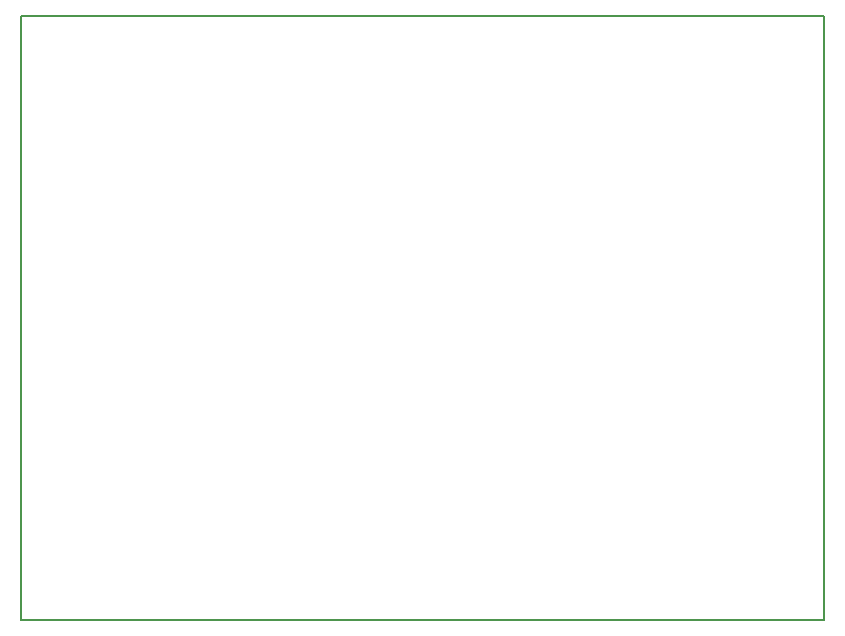
<source format=gbr>
G04 DipTrace 3.1.0.1*
G04 BoardOutline.gbr*
%MOIN*%
G04 #@! TF.FileFunction,Profile*
G04 #@! TF.Part,Single*
%ADD11C,0.006*%
%FSLAX26Y26*%
G04*
G70*
G90*
G75*
G01*
G04 BoardOutline*
%LPD*%
X394000Y2407667D2*
D11*
X3070214D1*
Y394000D1*
X394000D1*
Y2407667D1*
M02*

</source>
